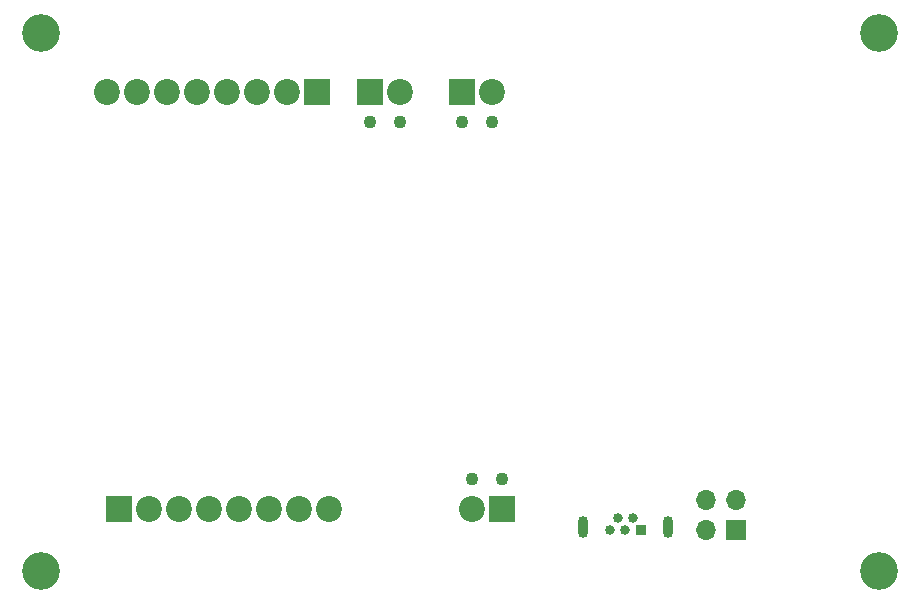
<source format=gbr>
%TF.GenerationSoftware,KiCad,Pcbnew,(6.0.6)*%
%TF.CreationDate,2022-10-17T00:56:45+02:00*%
%TF.ProjectId,Cobot,436f626f-742e-46b6-9963-61645f706362,rev?*%
%TF.SameCoordinates,Original*%
%TF.FileFunction,Soldermask,Bot*%
%TF.FilePolarity,Negative*%
%FSLAX46Y46*%
G04 Gerber Fmt 4.6, Leading zero omitted, Abs format (unit mm)*
G04 Created by KiCad (PCBNEW (6.0.6)) date 2022-10-17 00:56:45*
%MOMM*%
%LPD*%
G01*
G04 APERTURE LIST*
%ADD10C,1.100000*%
%ADD11R,2.200000X2.200000*%
%ADD12C,2.200000*%
%ADD13R,0.840000X0.840000*%
%ADD14C,0.840000*%
%ADD15O,0.850000X1.850000*%
%ADD16R,1.700000X1.700000*%
%ADD17O,1.700000X1.700000*%
%ADD18C,3.200000*%
G04 APERTURE END LIST*
D10*
%TO.C,J7*%
X105135000Y-132290000D03*
X107675000Y-132290000D03*
D11*
X105135000Y-129750000D03*
D12*
X107675000Y-129750000D03*
%TD*%
D11*
%TO.C,J5*%
X92915000Y-129750000D03*
D12*
X90375000Y-129750000D03*
X87835000Y-129750000D03*
X85295000Y-129750000D03*
X82755000Y-129750000D03*
X80215000Y-129750000D03*
X77675000Y-129750000D03*
X75135000Y-129750000D03*
%TD*%
D10*
%TO.C,J6*%
X97385000Y-132290000D03*
X99925000Y-132290000D03*
D11*
X97385000Y-129750000D03*
D12*
X99925000Y-129750000D03*
%TD*%
D13*
%TO.C,J1*%
X120300000Y-166795000D03*
D14*
X119650000Y-165795000D03*
X119000000Y-166795000D03*
X118350000Y-165795000D03*
X117700000Y-166795000D03*
D15*
X122575000Y-166575000D03*
X115425000Y-166575000D03*
%TD*%
D11*
%TO.C,J3*%
X76110000Y-165000000D03*
D12*
X78650000Y-165000000D03*
X81190000Y-165000000D03*
X83730000Y-165000000D03*
X86270000Y-165000000D03*
X88810000Y-165000000D03*
X91350000Y-165000000D03*
X93890000Y-165000000D03*
%TD*%
D10*
%TO.C,J4*%
X105980000Y-162460000D03*
X108520000Y-162460000D03*
D11*
X108520000Y-165000000D03*
D12*
X105980000Y-165000000D03*
%TD*%
D16*
%TO.C,J2*%
X128325000Y-166800000D03*
D17*
X125785000Y-166800000D03*
X128325000Y-164260000D03*
X125785000Y-164260000D03*
%TD*%
D18*
%TO.C,H4*%
X140500000Y-124750000D03*
%TD*%
%TO.C,H3*%
X69500000Y-124750000D03*
%TD*%
%TO.C,H1*%
X140500000Y-170250000D03*
%TD*%
%TO.C,H2*%
X69500000Y-170250000D03*
%TD*%
M02*

</source>
